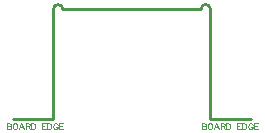
<source format=gbr>
G04 DipTrace 3.0.0.1*
G04 TopAssy.gbr*
%MOIN*%
G04 #@! TF.FileFunction,Drawing,Top*
G04 #@! TF.Part,Single*
%ADD10C,0.009843*%
%ADD90C,0.003088*%
%FSLAX26Y26*%
G04*
G70*
G90*
G75*
G01*
G04 TopAssy*
%LPD*%
X870894Y773058D2*
D10*
G02X902352Y773058I15729J41D01*
G01*
X1363038Y773114D2*
G02X1394496Y773114I15729J-15D01*
G01*
X870894Y772890D2*
Y406976D1*
X1394580Y772890D2*
Y406976D1*
X902352Y773058D2*
X1363038D1*
X1396515Y406976D2*
X1530338D1*
X735052D2*
X868876D1*
X1495101Y392728D2*
D90*
X1482676D1*
Y372632D1*
X1495101D1*
X1482676Y383155D2*
X1490325D1*
X1501276Y392728D2*
Y372632D1*
X1507975D1*
X1510849Y373605D1*
X1512772Y375506D1*
X1513723Y377429D1*
X1514674Y380281D1*
Y385079D1*
X1513723Y387953D1*
X1512772Y389854D1*
X1510849Y391777D1*
X1507975Y392728D1*
X1501276D1*
X1535197Y387953D2*
X1534247Y389854D1*
X1532323Y391777D1*
X1530422Y392728D1*
X1526597D1*
X1524674Y391777D1*
X1522773Y389854D1*
X1521800Y387953D1*
X1520849Y385079D1*
Y380281D1*
X1521800Y377429D1*
X1522773Y375506D1*
X1524674Y373605D1*
X1526597Y372632D1*
X1530422D1*
X1532323Y373605D1*
X1534247Y375506D1*
X1535197Y377429D1*
Y380281D1*
X1530422D1*
X1553798Y392728D2*
X1541373D1*
Y372632D1*
X1553798D1*
X1541373Y383155D2*
X1549022D1*
X1365759Y392728D2*
Y372632D1*
X1374381D1*
X1377255Y373605D1*
X1378206Y374555D1*
X1379157Y376457D1*
Y379331D1*
X1378206Y381254D1*
X1377255Y382205D1*
X1374381Y383155D1*
X1377255Y384128D1*
X1378206Y385079D1*
X1379157Y386980D1*
Y388903D1*
X1378206Y390805D1*
X1377255Y391777D1*
X1374381Y392728D1*
X1365759D1*
Y383155D2*
X1374381D1*
X1391080Y392728D2*
X1389157Y391777D1*
X1387256Y389854D1*
X1386283Y387953D1*
X1385332Y385079D1*
Y380281D1*
X1386283Y377429D1*
X1387256Y375506D1*
X1389157Y373605D1*
X1391080Y372632D1*
X1394905D1*
X1396806Y373605D1*
X1398730Y375506D1*
X1399680Y377429D1*
X1400631Y380281D1*
Y385079D1*
X1399680Y387953D1*
X1398730Y389854D1*
X1396806Y391777D1*
X1394905Y392728D1*
X1391080D1*
X1422127Y372632D2*
X1414456Y392728D1*
X1406807Y372632D1*
X1409681Y379331D2*
X1419253D1*
X1428303Y383155D2*
X1436903D1*
X1439777Y384128D1*
X1440750Y385079D1*
X1441700Y386980D1*
Y388903D1*
X1440750Y390805D1*
X1439777Y391777D1*
X1436903Y392728D1*
X1428303D1*
Y372632D1*
X1435002Y383155D2*
X1441700Y372632D1*
X1447876Y392728D2*
Y372632D1*
X1454575D1*
X1457449Y373605D1*
X1459372Y375506D1*
X1460323Y377429D1*
X1461273Y380281D1*
Y385079D1*
X1460323Y387953D1*
X1459372Y389854D1*
X1457449Y391777D1*
X1454575Y392728D1*
X1447876D1*
X845077D2*
X832653D1*
Y372632D1*
X845077D1*
X832653Y383155D2*
X840302D1*
X851253Y392728D2*
Y372632D1*
X857952D1*
X860826Y373605D1*
X862749Y375506D1*
X863700Y377429D1*
X864651Y380281D1*
Y385079D1*
X863700Y387953D1*
X862749Y389854D1*
X860826Y391777D1*
X857952Y392728D1*
X851253D1*
X885174Y387953D2*
X884224Y389854D1*
X882300Y391777D1*
X880399Y392728D1*
X876574D1*
X874651Y391777D1*
X872750Y389854D1*
X871777Y387953D1*
X870826Y385079D1*
Y380281D1*
X871777Y377429D1*
X872750Y375506D1*
X874651Y373605D1*
X876574Y372632D1*
X880399D1*
X882300Y373605D1*
X884224Y375506D1*
X885174Y377429D1*
Y380281D1*
X880399D1*
X903774Y392728D2*
X891350D1*
Y372632D1*
X903774D1*
X891350Y383155D2*
X898999D1*
X715736Y392728D2*
Y372632D1*
X724358D1*
X727232Y373605D1*
X728183Y374555D1*
X729134Y376457D1*
Y379331D1*
X728183Y381254D1*
X727232Y382205D1*
X724358Y383155D1*
X727232Y384128D1*
X728183Y385079D1*
X729134Y386980D1*
Y388903D1*
X728183Y390805D1*
X727232Y391777D1*
X724358Y392728D1*
X715736D1*
Y383155D2*
X724358D1*
X741057Y392728D2*
X739134Y391777D1*
X737233Y389854D1*
X736260Y387953D1*
X735309Y385079D1*
Y380281D1*
X736260Y377429D1*
X737233Y375506D1*
X739134Y373605D1*
X741057Y372632D1*
X744882D1*
X746783Y373605D1*
X748707Y375506D1*
X749657Y377429D1*
X750608Y380281D1*
Y385079D1*
X749657Y387953D1*
X748707Y389854D1*
X746783Y391777D1*
X744882Y392728D1*
X741057D1*
X772104Y372632D2*
X764433Y392728D1*
X756784Y372632D1*
X759658Y379331D2*
X769230D1*
X778280Y383155D2*
X786880D1*
X789754Y384128D1*
X790727Y385079D1*
X791677Y386980D1*
Y388903D1*
X790727Y390805D1*
X789754Y391777D1*
X786880Y392728D1*
X778280D1*
Y372632D1*
X784979Y383155D2*
X791677Y372632D1*
X797853Y392728D2*
Y372632D1*
X804552D1*
X807426Y373605D1*
X809349Y375506D1*
X810300Y377429D1*
X811250Y380281D1*
Y385079D1*
X810300Y387953D1*
X809349Y389854D1*
X807426Y391777D1*
X804552Y392728D1*
X797853D1*
M02*

</source>
